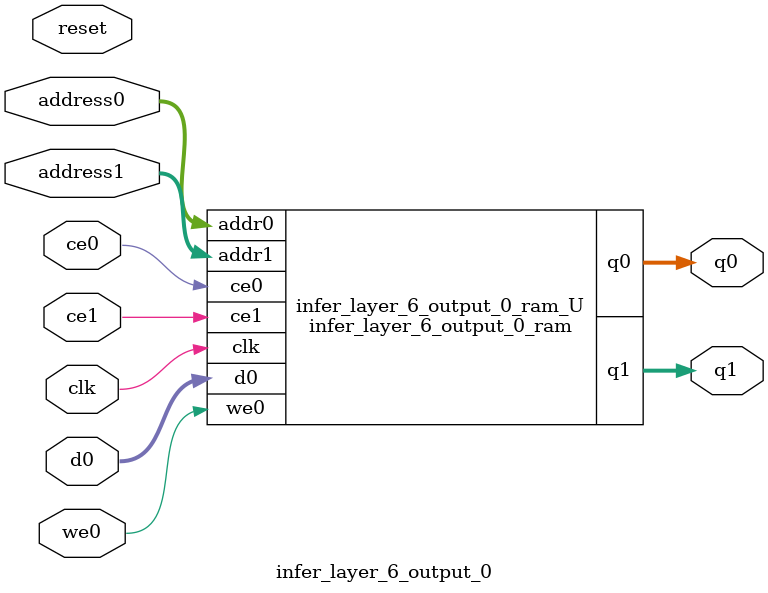
<source format=v>
`timescale 1 ns / 1 ps
module infer_layer_6_output_0_ram (addr0, ce0, d0, we0, q0, addr1, ce1, q1,  clk);

parameter DWIDTH = 32;
parameter AWIDTH = 6;
parameter MEM_SIZE = 61;

input[AWIDTH-1:0] addr0;
input ce0;
input[DWIDTH-1:0] d0;
input we0;
output reg[DWIDTH-1:0] q0;
input[AWIDTH-1:0] addr1;
input ce1;
output reg[DWIDTH-1:0] q1;
input clk;

reg [DWIDTH-1:0] ram[0:MEM_SIZE-1];




always @(posedge clk)  
begin 
    if (ce0) begin
        if (we0) 
            ram[addr0] <= d0; 
        q0 <= ram[addr0];
    end
end


always @(posedge clk)  
begin 
    if (ce1) begin
        q1 <= ram[addr1];
    end
end


endmodule

`timescale 1 ns / 1 ps
module infer_layer_6_output_0(
    reset,
    clk,
    address0,
    ce0,
    we0,
    d0,
    q0,
    address1,
    ce1,
    q1);

parameter DataWidth = 32'd32;
parameter AddressRange = 32'd61;
parameter AddressWidth = 32'd6;
input reset;
input clk;
input[AddressWidth - 1:0] address0;
input ce0;
input we0;
input[DataWidth - 1:0] d0;
output[DataWidth - 1:0] q0;
input[AddressWidth - 1:0] address1;
input ce1;
output[DataWidth - 1:0] q1;



infer_layer_6_output_0_ram infer_layer_6_output_0_ram_U(
    .clk( clk ),
    .addr0( address0 ),
    .ce0( ce0 ),
    .we0( we0 ),
    .d0( d0 ),
    .q0( q0 ),
    .addr1( address1 ),
    .ce1( ce1 ),
    .q1( q1 ));

endmodule


</source>
